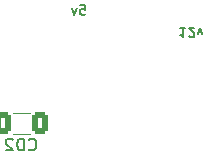
<source format=gbr>
%TF.GenerationSoftware,KiCad,Pcbnew,8.0.3-unknown-202406242120~006f0a95c1~ubuntu22.04.1*%
%TF.CreationDate,2024-06-25T16:46:03+05:30*%
%TF.ProjectId,SDR-Board,5344522d-426f-4617-9264-2e6b69636164,rev?*%
%TF.SameCoordinates,Original*%
%TF.FileFunction,Legend,Bot*%
%TF.FilePolarity,Positive*%
%FSLAX46Y46*%
G04 Gerber Fmt 4.6, Leading zero omitted, Abs format (unit mm)*
G04 Created by KiCad (PCBNEW 8.0.3-unknown-202406242120~006f0a95c1~ubuntu22.04.1) date 2024-06-25 16:46:03*
%MOMM*%
%LPD*%
G01*
G04 APERTURE LIST*
G04 Aperture macros list*
%AMRoundRect*
0 Rectangle with rounded corners*
0 $1 Rounding radius*
0 $2 $3 $4 $5 $6 $7 $8 $9 X,Y pos of 4 corners*
0 Add a 4 corners polygon primitive as box body*
4,1,4,$2,$3,$4,$5,$6,$7,$8,$9,$2,$3,0*
0 Add four circle primitives for the rounded corners*
1,1,$1+$1,$2,$3*
1,1,$1+$1,$4,$5*
1,1,$1+$1,$6,$7*
1,1,$1+$1,$8,$9*
0 Add four rect primitives between the rounded corners*
20,1,$1+$1,$2,$3,$4,$5,0*
20,1,$1+$1,$4,$5,$6,$7,0*
20,1,$1+$1,$6,$7,$8,$9,0*
20,1,$1+$1,$8,$9,$2,$3,0*%
G04 Aperture macros list end*
%ADD10C,0.200000*%
%ADD11C,0.150000*%
%ADD12C,0.120000*%
%ADD13C,1.600000*%
%ADD14C,0.800000*%
%ADD15C,6.400000*%
%ADD16R,1.700000X1.700000*%
%ADD17O,1.700000X1.700000*%
%ADD18C,1.800000*%
%ADD19RoundRect,0.250000X0.425000X1.600000X-0.425000X1.600000X-0.425000X-1.600000X0.425000X-1.600000X0*%
%ADD20R,1.600000X1.600000*%
%ADD21O,1.600000X1.600000*%
%ADD22RoundRect,0.250000X-1.600000X0.425000X-1.600000X-0.425000X1.600000X-0.425000X1.600000X0.425000X0*%
%ADD23RoundRect,0.250000X0.412500X0.650000X-0.412500X0.650000X-0.412500X-0.650000X0.412500X-0.650000X0*%
G04 APERTURE END LIST*
D10*
X125311101Y-76918304D02*
X124853958Y-76918304D01*
X125082530Y-76918304D02*
X125082530Y-77718304D01*
X125082530Y-77718304D02*
X125006339Y-77604019D01*
X125006339Y-77604019D02*
X124930149Y-77527828D01*
X124930149Y-77527828D02*
X124853958Y-77489733D01*
X125615863Y-77642114D02*
X125653959Y-77680209D01*
X125653959Y-77680209D02*
X125730149Y-77718304D01*
X125730149Y-77718304D02*
X125920625Y-77718304D01*
X125920625Y-77718304D02*
X125996816Y-77680209D01*
X125996816Y-77680209D02*
X126034911Y-77642114D01*
X126034911Y-77642114D02*
X126073006Y-77565923D01*
X126073006Y-77565923D02*
X126073006Y-77489733D01*
X126073006Y-77489733D02*
X126034911Y-77375447D01*
X126034911Y-77375447D02*
X125577768Y-76918304D01*
X125577768Y-76918304D02*
X126073006Y-76918304D01*
X126339673Y-77451638D02*
X126530149Y-76918304D01*
X126530149Y-76918304D02*
X126720626Y-77451638D01*
X116406993Y-74991695D02*
X116787945Y-74991695D01*
X116787945Y-74991695D02*
X116826041Y-75372647D01*
X116826041Y-75372647D02*
X116787945Y-75334552D01*
X116787945Y-75334552D02*
X116711755Y-75296457D01*
X116711755Y-75296457D02*
X116521279Y-75296457D01*
X116521279Y-75296457D02*
X116445088Y-75334552D01*
X116445088Y-75334552D02*
X116406993Y-75372647D01*
X116406993Y-75372647D02*
X116368898Y-75448838D01*
X116368898Y-75448838D02*
X116368898Y-75639314D01*
X116368898Y-75639314D02*
X116406993Y-75715504D01*
X116406993Y-75715504D02*
X116445088Y-75753600D01*
X116445088Y-75753600D02*
X116521279Y-75791695D01*
X116521279Y-75791695D02*
X116711755Y-75791695D01*
X116711755Y-75791695D02*
X116787945Y-75753600D01*
X116787945Y-75753600D02*
X116826041Y-75715504D01*
X116102231Y-75258361D02*
X115911755Y-75791695D01*
X115911755Y-75791695D02*
X115721278Y-75258361D01*
D11*
X112056666Y-87199580D02*
X112104285Y-87247200D01*
X112104285Y-87247200D02*
X112247142Y-87294819D01*
X112247142Y-87294819D02*
X112342380Y-87294819D01*
X112342380Y-87294819D02*
X112485237Y-87247200D01*
X112485237Y-87247200D02*
X112580475Y-87151961D01*
X112580475Y-87151961D02*
X112628094Y-87056723D01*
X112628094Y-87056723D02*
X112675713Y-86866247D01*
X112675713Y-86866247D02*
X112675713Y-86723390D01*
X112675713Y-86723390D02*
X112628094Y-86532914D01*
X112628094Y-86532914D02*
X112580475Y-86437676D01*
X112580475Y-86437676D02*
X112485237Y-86342438D01*
X112485237Y-86342438D02*
X112342380Y-86294819D01*
X112342380Y-86294819D02*
X112247142Y-86294819D01*
X112247142Y-86294819D02*
X112104285Y-86342438D01*
X112104285Y-86342438D02*
X112056666Y-86390057D01*
X111628094Y-87294819D02*
X111628094Y-86294819D01*
X111628094Y-86294819D02*
X111389999Y-86294819D01*
X111389999Y-86294819D02*
X111247142Y-86342438D01*
X111247142Y-86342438D02*
X111151904Y-86437676D01*
X111151904Y-86437676D02*
X111104285Y-86532914D01*
X111104285Y-86532914D02*
X111056666Y-86723390D01*
X111056666Y-86723390D02*
X111056666Y-86866247D01*
X111056666Y-86866247D02*
X111104285Y-87056723D01*
X111104285Y-87056723D02*
X111151904Y-87151961D01*
X111151904Y-87151961D02*
X111247142Y-87247200D01*
X111247142Y-87247200D02*
X111389999Y-87294819D01*
X111389999Y-87294819D02*
X111628094Y-87294819D01*
X110675713Y-86390057D02*
X110628094Y-86342438D01*
X110628094Y-86342438D02*
X110532856Y-86294819D01*
X110532856Y-86294819D02*
X110294761Y-86294819D01*
X110294761Y-86294819D02*
X110199523Y-86342438D01*
X110199523Y-86342438D02*
X110151904Y-86390057D01*
X110151904Y-86390057D02*
X110104285Y-86485295D01*
X110104285Y-86485295D02*
X110104285Y-86580533D01*
X110104285Y-86580533D02*
X110151904Y-86723390D01*
X110151904Y-86723390D02*
X110723332Y-87294819D01*
X110723332Y-87294819D02*
X110104285Y-87294819D01*
D12*
%TO.C,CD2*%
X110688748Y-84090000D02*
X112111252Y-84090000D01*
X110688748Y-85910000D02*
X112111252Y-85910000D01*
%TD*%
%LPC*%
D13*
%TO.C,C5*%
X97100000Y-65570000D03*
X102100000Y-65570000D03*
%TD*%
D14*
%TO.C,H4*%
X129552944Y-94697056D03*
X130255888Y-93000000D03*
X130255888Y-96394112D03*
X131952944Y-92297056D03*
D15*
X131952944Y-94697056D03*
D14*
X131952944Y-97097056D03*
X133650000Y-93000000D03*
X133650000Y-96394112D03*
X134352944Y-94697056D03*
%TD*%
D16*
%TO.C,J3*%
X100500000Y-89900000D03*
D17*
X100500000Y-92440000D03*
X100500000Y-94980000D03*
%TD*%
D18*
%TO.C,U1*%
X97600000Y-83880000D03*
X97600000Y-81340000D03*
X97600000Y-78800000D03*
X97600000Y-76260000D03*
X97600000Y-73720000D03*
X97600000Y-71180000D03*
X97600000Y-68640000D03*
%TD*%
D13*
%TO.C,C7*%
X101980000Y-82340000D03*
X101980000Y-77340000D03*
%TD*%
D19*
%TO.C,RX1*%
X106415000Y-55982500D03*
X112065000Y-55982500D03*
%TD*%
D20*
%TO.C,D3*%
X104244315Y-62750000D03*
D21*
X106784315Y-62750000D03*
%TD*%
D20*
%TO.C,C8*%
X125600000Y-75250000D03*
D13*
X125600000Y-72750000D03*
%TD*%
D14*
%TO.C,H2*%
X92402944Y-57302944D03*
X93105888Y-55605888D03*
X93105888Y-59000000D03*
X94802944Y-54902944D03*
D15*
X94802944Y-57302944D03*
D14*
X94802944Y-59702944D03*
X96500000Y-55605888D03*
X96500000Y-59000000D03*
X97202944Y-57302944D03*
%TD*%
D20*
%TO.C,C15*%
X122820000Y-93484888D03*
D13*
X122820000Y-95984888D03*
%TD*%
D16*
%TO.C,J1*%
X93200000Y-76275000D03*
D17*
X93200000Y-78815000D03*
X93200000Y-81355000D03*
%TD*%
D13*
%TO.C,C6*%
X116650000Y-70730000D03*
X116650000Y-65730000D03*
%TD*%
D22*
%TO.C,TX1*%
X93350000Y-73225000D03*
X93350000Y-67575000D03*
%TD*%
D14*
%TO.C,H1*%
X129700000Y-57350000D03*
X130402944Y-55652944D03*
X130402944Y-59047056D03*
X132100000Y-54950000D03*
D15*
X132100000Y-57350000D03*
D14*
X132100000Y-59750000D03*
X133797056Y-55652944D03*
X133797056Y-59047056D03*
X134500000Y-57350000D03*
%TD*%
D20*
%TO.C,D2*%
X106781370Y-59770000D03*
D21*
X104241370Y-59770000D03*
%TD*%
D20*
%TO.C,C13*%
X125150000Y-82245113D03*
D13*
X125150000Y-79745113D03*
%TD*%
D16*
%TO.C,J2*%
X125400000Y-58475000D03*
D17*
X125400000Y-55935000D03*
%TD*%
D14*
%TO.C,H3*%
X92452944Y-94697056D03*
X93155888Y-93000000D03*
X93155888Y-96394112D03*
X94852944Y-92297056D03*
D15*
X94852944Y-94697056D03*
D14*
X94852944Y-97097056D03*
X96550000Y-93000000D03*
X96550000Y-96394112D03*
X97252944Y-94697056D03*
%TD*%
D13*
%TO.C,C4*%
X102000000Y-74070000D03*
X102000000Y-69070000D03*
%TD*%
D23*
%TO.C,CD2*%
X112962500Y-85000000D03*
X109837500Y-85000000D03*
%TD*%
%LPD*%
M02*

</source>
